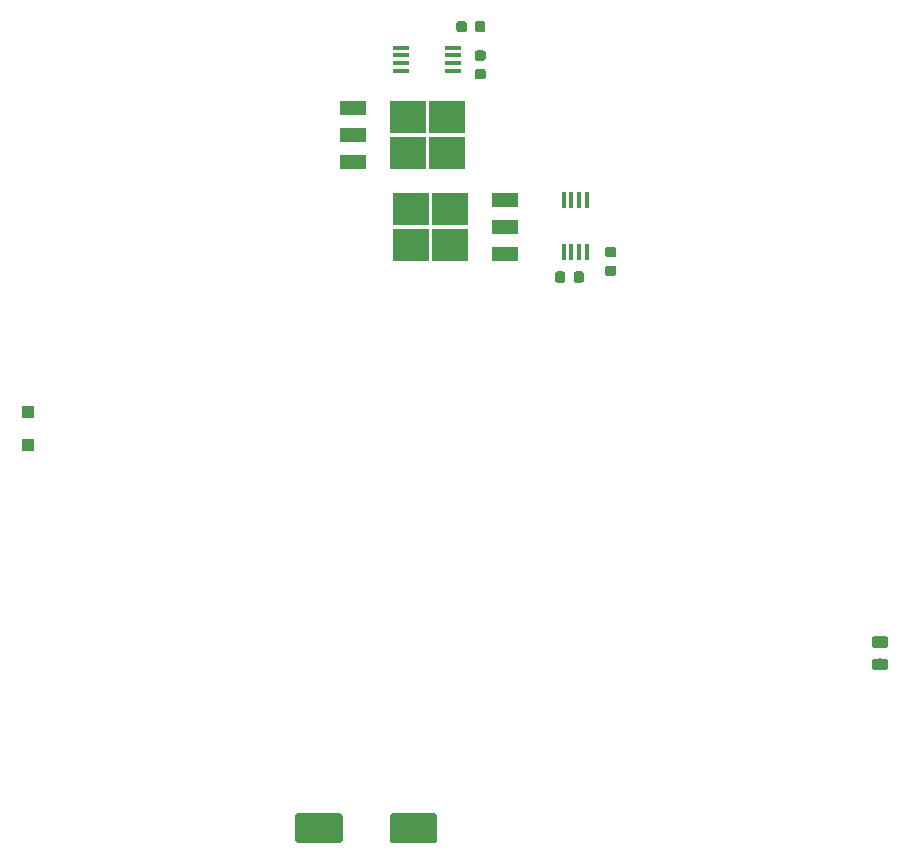
<source format=gbr>
G04 #@! TF.GenerationSoftware,KiCad,Pcbnew,(5.1.4)-1*
G04 #@! TF.CreationDate,2021-12-07T11:14:46-05:00*
G04 #@! TF.ProjectId,PowerBoard,506f7765-7242-46f6-9172-642e6b696361,rev?*
G04 #@! TF.SameCoordinates,Original*
G04 #@! TF.FileFunction,Paste,Top*
G04 #@! TF.FilePolarity,Positive*
%FSLAX46Y46*%
G04 Gerber Fmt 4.6, Leading zero omitted, Abs format (unit mm)*
G04 Created by KiCad (PCBNEW (5.1.4)-1) date 2021-12-07 11:14:46*
%MOMM*%
%LPD*%
G04 APERTURE LIST*
%ADD10C,0.100000*%
%ADD11C,0.875000*%
%ADD12R,1.450000X0.450000*%
%ADD13R,0.450000X1.450000*%
%ADD14R,3.050000X2.750000*%
%ADD15R,2.200000X1.200000*%
%ADD16C,2.500000*%
%ADD17R,1.100000X1.100000*%
%ADD18C,0.975000*%
G04 APERTURE END LIST*
D10*
G36*
X112227691Y-41438553D02*
G01*
X112248926Y-41441703D01*
X112269750Y-41446919D01*
X112289962Y-41454151D01*
X112309368Y-41463330D01*
X112327781Y-41474366D01*
X112345024Y-41487154D01*
X112360930Y-41501570D01*
X112375346Y-41517476D01*
X112388134Y-41534719D01*
X112399170Y-41553132D01*
X112408349Y-41572538D01*
X112415581Y-41592750D01*
X112420797Y-41613574D01*
X112423947Y-41634809D01*
X112425000Y-41656250D01*
X112425000Y-42093750D01*
X112423947Y-42115191D01*
X112420797Y-42136426D01*
X112415581Y-42157250D01*
X112408349Y-42177462D01*
X112399170Y-42196868D01*
X112388134Y-42215281D01*
X112375346Y-42232524D01*
X112360930Y-42248430D01*
X112345024Y-42262846D01*
X112327781Y-42275634D01*
X112309368Y-42286670D01*
X112289962Y-42295849D01*
X112269750Y-42303081D01*
X112248926Y-42308297D01*
X112227691Y-42311447D01*
X112206250Y-42312500D01*
X111693750Y-42312500D01*
X111672309Y-42311447D01*
X111651074Y-42308297D01*
X111630250Y-42303081D01*
X111610038Y-42295849D01*
X111590632Y-42286670D01*
X111572219Y-42275634D01*
X111554976Y-42262846D01*
X111539070Y-42248430D01*
X111524654Y-42232524D01*
X111511866Y-42215281D01*
X111500830Y-42196868D01*
X111491651Y-42177462D01*
X111484419Y-42157250D01*
X111479203Y-42136426D01*
X111476053Y-42115191D01*
X111475000Y-42093750D01*
X111475000Y-41656250D01*
X111476053Y-41634809D01*
X111479203Y-41613574D01*
X111484419Y-41592750D01*
X111491651Y-41572538D01*
X111500830Y-41553132D01*
X111511866Y-41534719D01*
X111524654Y-41517476D01*
X111539070Y-41501570D01*
X111554976Y-41487154D01*
X111572219Y-41474366D01*
X111590632Y-41463330D01*
X111610038Y-41454151D01*
X111630250Y-41446919D01*
X111651074Y-41441703D01*
X111672309Y-41438553D01*
X111693750Y-41437500D01*
X112206250Y-41437500D01*
X112227691Y-41438553D01*
X112227691Y-41438553D01*
G37*
D11*
X111950000Y-41875000D03*
D10*
G36*
X112227691Y-39863553D02*
G01*
X112248926Y-39866703D01*
X112269750Y-39871919D01*
X112289962Y-39879151D01*
X112309368Y-39888330D01*
X112327781Y-39899366D01*
X112345024Y-39912154D01*
X112360930Y-39926570D01*
X112375346Y-39942476D01*
X112388134Y-39959719D01*
X112399170Y-39978132D01*
X112408349Y-39997538D01*
X112415581Y-40017750D01*
X112420797Y-40038574D01*
X112423947Y-40059809D01*
X112425000Y-40081250D01*
X112425000Y-40518750D01*
X112423947Y-40540191D01*
X112420797Y-40561426D01*
X112415581Y-40582250D01*
X112408349Y-40602462D01*
X112399170Y-40621868D01*
X112388134Y-40640281D01*
X112375346Y-40657524D01*
X112360930Y-40673430D01*
X112345024Y-40687846D01*
X112327781Y-40700634D01*
X112309368Y-40711670D01*
X112289962Y-40720849D01*
X112269750Y-40728081D01*
X112248926Y-40733297D01*
X112227691Y-40736447D01*
X112206250Y-40737500D01*
X111693750Y-40737500D01*
X111672309Y-40736447D01*
X111651074Y-40733297D01*
X111630250Y-40728081D01*
X111610038Y-40720849D01*
X111590632Y-40711670D01*
X111572219Y-40700634D01*
X111554976Y-40687846D01*
X111539070Y-40673430D01*
X111524654Y-40657524D01*
X111511866Y-40640281D01*
X111500830Y-40621868D01*
X111491651Y-40602462D01*
X111484419Y-40582250D01*
X111479203Y-40561426D01*
X111476053Y-40540191D01*
X111475000Y-40518750D01*
X111475000Y-40081250D01*
X111476053Y-40059809D01*
X111479203Y-40038574D01*
X111484419Y-40017750D01*
X111491651Y-39997538D01*
X111500830Y-39978132D01*
X111511866Y-39959719D01*
X111524654Y-39942476D01*
X111539070Y-39926570D01*
X111554976Y-39912154D01*
X111572219Y-39899366D01*
X111590632Y-39888330D01*
X111610038Y-39879151D01*
X111630250Y-39871919D01*
X111651074Y-39866703D01*
X111672309Y-39863553D01*
X111693750Y-39862500D01*
X112206250Y-39862500D01*
X112227691Y-39863553D01*
X112227691Y-39863553D01*
G37*
D11*
X111950000Y-40300000D03*
D10*
G36*
X118965191Y-58576053D02*
G01*
X118986426Y-58579203D01*
X119007250Y-58584419D01*
X119027462Y-58591651D01*
X119046868Y-58600830D01*
X119065281Y-58611866D01*
X119082524Y-58624654D01*
X119098430Y-58639070D01*
X119112846Y-58654976D01*
X119125634Y-58672219D01*
X119136670Y-58690632D01*
X119145849Y-58710038D01*
X119153081Y-58730250D01*
X119158297Y-58751074D01*
X119161447Y-58772309D01*
X119162500Y-58793750D01*
X119162500Y-59306250D01*
X119161447Y-59327691D01*
X119158297Y-59348926D01*
X119153081Y-59369750D01*
X119145849Y-59389962D01*
X119136670Y-59409368D01*
X119125634Y-59427781D01*
X119112846Y-59445024D01*
X119098430Y-59460930D01*
X119082524Y-59475346D01*
X119065281Y-59488134D01*
X119046868Y-59499170D01*
X119027462Y-59508349D01*
X119007250Y-59515581D01*
X118986426Y-59520797D01*
X118965191Y-59523947D01*
X118943750Y-59525000D01*
X118506250Y-59525000D01*
X118484809Y-59523947D01*
X118463574Y-59520797D01*
X118442750Y-59515581D01*
X118422538Y-59508349D01*
X118403132Y-59499170D01*
X118384719Y-59488134D01*
X118367476Y-59475346D01*
X118351570Y-59460930D01*
X118337154Y-59445024D01*
X118324366Y-59427781D01*
X118313330Y-59409368D01*
X118304151Y-59389962D01*
X118296919Y-59369750D01*
X118291703Y-59348926D01*
X118288553Y-59327691D01*
X118287500Y-59306250D01*
X118287500Y-58793750D01*
X118288553Y-58772309D01*
X118291703Y-58751074D01*
X118296919Y-58730250D01*
X118304151Y-58710038D01*
X118313330Y-58690632D01*
X118324366Y-58672219D01*
X118337154Y-58654976D01*
X118351570Y-58639070D01*
X118367476Y-58624654D01*
X118384719Y-58611866D01*
X118403132Y-58600830D01*
X118422538Y-58591651D01*
X118442750Y-58584419D01*
X118463574Y-58579203D01*
X118484809Y-58576053D01*
X118506250Y-58575000D01*
X118943750Y-58575000D01*
X118965191Y-58576053D01*
X118965191Y-58576053D01*
G37*
D11*
X118725000Y-59050000D03*
D10*
G36*
X120540191Y-58576053D02*
G01*
X120561426Y-58579203D01*
X120582250Y-58584419D01*
X120602462Y-58591651D01*
X120621868Y-58600830D01*
X120640281Y-58611866D01*
X120657524Y-58624654D01*
X120673430Y-58639070D01*
X120687846Y-58654976D01*
X120700634Y-58672219D01*
X120711670Y-58690632D01*
X120720849Y-58710038D01*
X120728081Y-58730250D01*
X120733297Y-58751074D01*
X120736447Y-58772309D01*
X120737500Y-58793750D01*
X120737500Y-59306250D01*
X120736447Y-59327691D01*
X120733297Y-59348926D01*
X120728081Y-59369750D01*
X120720849Y-59389962D01*
X120711670Y-59409368D01*
X120700634Y-59427781D01*
X120687846Y-59445024D01*
X120673430Y-59460930D01*
X120657524Y-59475346D01*
X120640281Y-59488134D01*
X120621868Y-59499170D01*
X120602462Y-59508349D01*
X120582250Y-59515581D01*
X120561426Y-59520797D01*
X120540191Y-59523947D01*
X120518750Y-59525000D01*
X120081250Y-59525000D01*
X120059809Y-59523947D01*
X120038574Y-59520797D01*
X120017750Y-59515581D01*
X119997538Y-59508349D01*
X119978132Y-59499170D01*
X119959719Y-59488134D01*
X119942476Y-59475346D01*
X119926570Y-59460930D01*
X119912154Y-59445024D01*
X119899366Y-59427781D01*
X119888330Y-59409368D01*
X119879151Y-59389962D01*
X119871919Y-59369750D01*
X119866703Y-59348926D01*
X119863553Y-59327691D01*
X119862500Y-59306250D01*
X119862500Y-58793750D01*
X119863553Y-58772309D01*
X119866703Y-58751074D01*
X119871919Y-58730250D01*
X119879151Y-58710038D01*
X119888330Y-58690632D01*
X119899366Y-58672219D01*
X119912154Y-58654976D01*
X119926570Y-58639070D01*
X119942476Y-58624654D01*
X119959719Y-58611866D01*
X119978132Y-58600830D01*
X119997538Y-58591651D01*
X120017750Y-58584419D01*
X120038574Y-58579203D01*
X120059809Y-58576053D01*
X120081250Y-58575000D01*
X120518750Y-58575000D01*
X120540191Y-58576053D01*
X120540191Y-58576053D01*
G37*
D11*
X120300000Y-59050000D03*
D12*
X109650000Y-39625000D03*
X109650000Y-40275000D03*
X109650000Y-40925000D03*
X109650000Y-41575000D03*
X105250000Y-41575000D03*
X105250000Y-40925000D03*
X105250000Y-40275000D03*
X105250000Y-39625000D03*
D13*
X120975000Y-56950000D03*
X120325000Y-56950000D03*
X119675000Y-56950000D03*
X119025000Y-56950000D03*
X119025000Y-52550000D03*
X119675000Y-52550000D03*
X120325000Y-52550000D03*
X120975000Y-52550000D03*
D10*
G36*
X112190191Y-37376053D02*
G01*
X112211426Y-37379203D01*
X112232250Y-37384419D01*
X112252462Y-37391651D01*
X112271868Y-37400830D01*
X112290281Y-37411866D01*
X112307524Y-37424654D01*
X112323430Y-37439070D01*
X112337846Y-37454976D01*
X112350634Y-37472219D01*
X112361670Y-37490632D01*
X112370849Y-37510038D01*
X112378081Y-37530250D01*
X112383297Y-37551074D01*
X112386447Y-37572309D01*
X112387500Y-37593750D01*
X112387500Y-38106250D01*
X112386447Y-38127691D01*
X112383297Y-38148926D01*
X112378081Y-38169750D01*
X112370849Y-38189962D01*
X112361670Y-38209368D01*
X112350634Y-38227781D01*
X112337846Y-38245024D01*
X112323430Y-38260930D01*
X112307524Y-38275346D01*
X112290281Y-38288134D01*
X112271868Y-38299170D01*
X112252462Y-38308349D01*
X112232250Y-38315581D01*
X112211426Y-38320797D01*
X112190191Y-38323947D01*
X112168750Y-38325000D01*
X111731250Y-38325000D01*
X111709809Y-38323947D01*
X111688574Y-38320797D01*
X111667750Y-38315581D01*
X111647538Y-38308349D01*
X111628132Y-38299170D01*
X111609719Y-38288134D01*
X111592476Y-38275346D01*
X111576570Y-38260930D01*
X111562154Y-38245024D01*
X111549366Y-38227781D01*
X111538330Y-38209368D01*
X111529151Y-38189962D01*
X111521919Y-38169750D01*
X111516703Y-38148926D01*
X111513553Y-38127691D01*
X111512500Y-38106250D01*
X111512500Y-37593750D01*
X111513553Y-37572309D01*
X111516703Y-37551074D01*
X111521919Y-37530250D01*
X111529151Y-37510038D01*
X111538330Y-37490632D01*
X111549366Y-37472219D01*
X111562154Y-37454976D01*
X111576570Y-37439070D01*
X111592476Y-37424654D01*
X111609719Y-37411866D01*
X111628132Y-37400830D01*
X111647538Y-37391651D01*
X111667750Y-37384419D01*
X111688574Y-37379203D01*
X111709809Y-37376053D01*
X111731250Y-37375000D01*
X112168750Y-37375000D01*
X112190191Y-37376053D01*
X112190191Y-37376053D01*
G37*
D11*
X111950000Y-37850000D03*
D10*
G36*
X110615191Y-37376053D02*
G01*
X110636426Y-37379203D01*
X110657250Y-37384419D01*
X110677462Y-37391651D01*
X110696868Y-37400830D01*
X110715281Y-37411866D01*
X110732524Y-37424654D01*
X110748430Y-37439070D01*
X110762846Y-37454976D01*
X110775634Y-37472219D01*
X110786670Y-37490632D01*
X110795849Y-37510038D01*
X110803081Y-37530250D01*
X110808297Y-37551074D01*
X110811447Y-37572309D01*
X110812500Y-37593750D01*
X110812500Y-38106250D01*
X110811447Y-38127691D01*
X110808297Y-38148926D01*
X110803081Y-38169750D01*
X110795849Y-38189962D01*
X110786670Y-38209368D01*
X110775634Y-38227781D01*
X110762846Y-38245024D01*
X110748430Y-38260930D01*
X110732524Y-38275346D01*
X110715281Y-38288134D01*
X110696868Y-38299170D01*
X110677462Y-38308349D01*
X110657250Y-38315581D01*
X110636426Y-38320797D01*
X110615191Y-38323947D01*
X110593750Y-38325000D01*
X110156250Y-38325000D01*
X110134809Y-38323947D01*
X110113574Y-38320797D01*
X110092750Y-38315581D01*
X110072538Y-38308349D01*
X110053132Y-38299170D01*
X110034719Y-38288134D01*
X110017476Y-38275346D01*
X110001570Y-38260930D01*
X109987154Y-38245024D01*
X109974366Y-38227781D01*
X109963330Y-38209368D01*
X109954151Y-38189962D01*
X109946919Y-38169750D01*
X109941703Y-38148926D01*
X109938553Y-38127691D01*
X109937500Y-38106250D01*
X109937500Y-37593750D01*
X109938553Y-37572309D01*
X109941703Y-37551074D01*
X109946919Y-37530250D01*
X109954151Y-37510038D01*
X109963330Y-37490632D01*
X109974366Y-37472219D01*
X109987154Y-37454976D01*
X110001570Y-37439070D01*
X110017476Y-37424654D01*
X110034719Y-37411866D01*
X110053132Y-37400830D01*
X110072538Y-37391651D01*
X110092750Y-37384419D01*
X110113574Y-37379203D01*
X110134809Y-37376053D01*
X110156250Y-37375000D01*
X110593750Y-37375000D01*
X110615191Y-37376053D01*
X110615191Y-37376053D01*
G37*
D11*
X110375000Y-37850000D03*
D10*
G36*
X123277691Y-58088553D02*
G01*
X123298926Y-58091703D01*
X123319750Y-58096919D01*
X123339962Y-58104151D01*
X123359368Y-58113330D01*
X123377781Y-58124366D01*
X123395024Y-58137154D01*
X123410930Y-58151570D01*
X123425346Y-58167476D01*
X123438134Y-58184719D01*
X123449170Y-58203132D01*
X123458349Y-58222538D01*
X123465581Y-58242750D01*
X123470797Y-58263574D01*
X123473947Y-58284809D01*
X123475000Y-58306250D01*
X123475000Y-58743750D01*
X123473947Y-58765191D01*
X123470797Y-58786426D01*
X123465581Y-58807250D01*
X123458349Y-58827462D01*
X123449170Y-58846868D01*
X123438134Y-58865281D01*
X123425346Y-58882524D01*
X123410930Y-58898430D01*
X123395024Y-58912846D01*
X123377781Y-58925634D01*
X123359368Y-58936670D01*
X123339962Y-58945849D01*
X123319750Y-58953081D01*
X123298926Y-58958297D01*
X123277691Y-58961447D01*
X123256250Y-58962500D01*
X122743750Y-58962500D01*
X122722309Y-58961447D01*
X122701074Y-58958297D01*
X122680250Y-58953081D01*
X122660038Y-58945849D01*
X122640632Y-58936670D01*
X122622219Y-58925634D01*
X122604976Y-58912846D01*
X122589070Y-58898430D01*
X122574654Y-58882524D01*
X122561866Y-58865281D01*
X122550830Y-58846868D01*
X122541651Y-58827462D01*
X122534419Y-58807250D01*
X122529203Y-58786426D01*
X122526053Y-58765191D01*
X122525000Y-58743750D01*
X122525000Y-58306250D01*
X122526053Y-58284809D01*
X122529203Y-58263574D01*
X122534419Y-58242750D01*
X122541651Y-58222538D01*
X122550830Y-58203132D01*
X122561866Y-58184719D01*
X122574654Y-58167476D01*
X122589070Y-58151570D01*
X122604976Y-58137154D01*
X122622219Y-58124366D01*
X122640632Y-58113330D01*
X122660038Y-58104151D01*
X122680250Y-58096919D01*
X122701074Y-58091703D01*
X122722309Y-58088553D01*
X122743750Y-58087500D01*
X123256250Y-58087500D01*
X123277691Y-58088553D01*
X123277691Y-58088553D01*
G37*
D11*
X123000000Y-58525000D03*
D10*
G36*
X123277691Y-56513553D02*
G01*
X123298926Y-56516703D01*
X123319750Y-56521919D01*
X123339962Y-56529151D01*
X123359368Y-56538330D01*
X123377781Y-56549366D01*
X123395024Y-56562154D01*
X123410930Y-56576570D01*
X123425346Y-56592476D01*
X123438134Y-56609719D01*
X123449170Y-56628132D01*
X123458349Y-56647538D01*
X123465581Y-56667750D01*
X123470797Y-56688574D01*
X123473947Y-56709809D01*
X123475000Y-56731250D01*
X123475000Y-57168750D01*
X123473947Y-57190191D01*
X123470797Y-57211426D01*
X123465581Y-57232250D01*
X123458349Y-57252462D01*
X123449170Y-57271868D01*
X123438134Y-57290281D01*
X123425346Y-57307524D01*
X123410930Y-57323430D01*
X123395024Y-57337846D01*
X123377781Y-57350634D01*
X123359368Y-57361670D01*
X123339962Y-57370849D01*
X123319750Y-57378081D01*
X123298926Y-57383297D01*
X123277691Y-57386447D01*
X123256250Y-57387500D01*
X122743750Y-57387500D01*
X122722309Y-57386447D01*
X122701074Y-57383297D01*
X122680250Y-57378081D01*
X122660038Y-57370849D01*
X122640632Y-57361670D01*
X122622219Y-57350634D01*
X122604976Y-57337846D01*
X122589070Y-57323430D01*
X122574654Y-57307524D01*
X122561866Y-57290281D01*
X122550830Y-57271868D01*
X122541651Y-57252462D01*
X122534419Y-57232250D01*
X122529203Y-57211426D01*
X122526053Y-57190191D01*
X122525000Y-57168750D01*
X122525000Y-56731250D01*
X122526053Y-56709809D01*
X122529203Y-56688574D01*
X122534419Y-56667750D01*
X122541651Y-56647538D01*
X122550830Y-56628132D01*
X122561866Y-56609719D01*
X122574654Y-56592476D01*
X122589070Y-56576570D01*
X122604976Y-56562154D01*
X122622219Y-56549366D01*
X122640632Y-56538330D01*
X122660038Y-56529151D01*
X122680250Y-56521919D01*
X122701074Y-56516703D01*
X122722309Y-56513553D01*
X122743750Y-56512500D01*
X123256250Y-56512500D01*
X123277691Y-56513553D01*
X123277691Y-56513553D01*
G37*
D11*
X123000000Y-56950000D03*
D14*
X105825000Y-48525000D03*
X109175000Y-45475000D03*
X105825000Y-45475000D03*
X109175000Y-48525000D03*
D15*
X101200000Y-49280000D03*
X101200000Y-47000000D03*
X101200000Y-44720000D03*
D14*
X109400000Y-53300000D03*
X106050000Y-56350000D03*
X109400000Y-56350000D03*
X106050000Y-53300000D03*
D15*
X114025000Y-52545000D03*
X114025000Y-54825000D03*
X114025000Y-57105000D03*
D10*
G36*
X100074504Y-104451204D02*
G01*
X100098773Y-104454804D01*
X100122571Y-104460765D01*
X100145671Y-104469030D01*
X100167849Y-104479520D01*
X100188893Y-104492133D01*
X100208598Y-104506747D01*
X100226777Y-104523223D01*
X100243253Y-104541402D01*
X100257867Y-104561107D01*
X100270480Y-104582151D01*
X100280970Y-104604329D01*
X100289235Y-104627429D01*
X100295196Y-104651227D01*
X100298796Y-104675496D01*
X100300000Y-104700000D01*
X100300000Y-106700000D01*
X100298796Y-106724504D01*
X100295196Y-106748773D01*
X100289235Y-106772571D01*
X100280970Y-106795671D01*
X100270480Y-106817849D01*
X100257867Y-106838893D01*
X100243253Y-106858598D01*
X100226777Y-106876777D01*
X100208598Y-106893253D01*
X100188893Y-106907867D01*
X100167849Y-106920480D01*
X100145671Y-106930970D01*
X100122571Y-106939235D01*
X100098773Y-106945196D01*
X100074504Y-106948796D01*
X100050000Y-106950000D01*
X96550000Y-106950000D01*
X96525496Y-106948796D01*
X96501227Y-106945196D01*
X96477429Y-106939235D01*
X96454329Y-106930970D01*
X96432151Y-106920480D01*
X96411107Y-106907867D01*
X96391402Y-106893253D01*
X96373223Y-106876777D01*
X96356747Y-106858598D01*
X96342133Y-106838893D01*
X96329520Y-106817849D01*
X96319030Y-106795671D01*
X96310765Y-106772571D01*
X96304804Y-106748773D01*
X96301204Y-106724504D01*
X96300000Y-106700000D01*
X96300000Y-104700000D01*
X96301204Y-104675496D01*
X96304804Y-104651227D01*
X96310765Y-104627429D01*
X96319030Y-104604329D01*
X96329520Y-104582151D01*
X96342133Y-104561107D01*
X96356747Y-104541402D01*
X96373223Y-104523223D01*
X96391402Y-104506747D01*
X96411107Y-104492133D01*
X96432151Y-104479520D01*
X96454329Y-104469030D01*
X96477429Y-104460765D01*
X96501227Y-104454804D01*
X96525496Y-104451204D01*
X96550000Y-104450000D01*
X100050000Y-104450000D01*
X100074504Y-104451204D01*
X100074504Y-104451204D01*
G37*
D16*
X98300000Y-105700000D03*
D10*
G36*
X108074504Y-104451204D02*
G01*
X108098773Y-104454804D01*
X108122571Y-104460765D01*
X108145671Y-104469030D01*
X108167849Y-104479520D01*
X108188893Y-104492133D01*
X108208598Y-104506747D01*
X108226777Y-104523223D01*
X108243253Y-104541402D01*
X108257867Y-104561107D01*
X108270480Y-104582151D01*
X108280970Y-104604329D01*
X108289235Y-104627429D01*
X108295196Y-104651227D01*
X108298796Y-104675496D01*
X108300000Y-104700000D01*
X108300000Y-106700000D01*
X108298796Y-106724504D01*
X108295196Y-106748773D01*
X108289235Y-106772571D01*
X108280970Y-106795671D01*
X108270480Y-106817849D01*
X108257867Y-106838893D01*
X108243253Y-106858598D01*
X108226777Y-106876777D01*
X108208598Y-106893253D01*
X108188893Y-106907867D01*
X108167849Y-106920480D01*
X108145671Y-106930970D01*
X108122571Y-106939235D01*
X108098773Y-106945196D01*
X108074504Y-106948796D01*
X108050000Y-106950000D01*
X104550000Y-106950000D01*
X104525496Y-106948796D01*
X104501227Y-106945196D01*
X104477429Y-106939235D01*
X104454329Y-106930970D01*
X104432151Y-106920480D01*
X104411107Y-106907867D01*
X104391402Y-106893253D01*
X104373223Y-106876777D01*
X104356747Y-106858598D01*
X104342133Y-106838893D01*
X104329520Y-106817849D01*
X104319030Y-106795671D01*
X104310765Y-106772571D01*
X104304804Y-106748773D01*
X104301204Y-106724504D01*
X104300000Y-106700000D01*
X104300000Y-104700000D01*
X104301204Y-104675496D01*
X104304804Y-104651227D01*
X104310765Y-104627429D01*
X104319030Y-104604329D01*
X104329520Y-104582151D01*
X104342133Y-104561107D01*
X104356747Y-104541402D01*
X104373223Y-104523223D01*
X104391402Y-104506747D01*
X104411107Y-104492133D01*
X104432151Y-104479520D01*
X104454329Y-104469030D01*
X104477429Y-104460765D01*
X104501227Y-104454804D01*
X104525496Y-104451204D01*
X104550000Y-104450000D01*
X108050000Y-104450000D01*
X108074504Y-104451204D01*
X108074504Y-104451204D01*
G37*
D16*
X106300000Y-105700000D03*
D17*
X73680000Y-70460000D03*
X73680000Y-73260000D03*
D10*
G36*
X146280142Y-91351174D02*
G01*
X146303803Y-91354684D01*
X146327007Y-91360496D01*
X146349529Y-91368554D01*
X146371153Y-91378782D01*
X146391670Y-91391079D01*
X146410883Y-91405329D01*
X146428607Y-91421393D01*
X146444671Y-91439117D01*
X146458921Y-91458330D01*
X146471218Y-91478847D01*
X146481446Y-91500471D01*
X146489504Y-91522993D01*
X146495316Y-91546197D01*
X146498826Y-91569858D01*
X146500000Y-91593750D01*
X146500000Y-92081250D01*
X146498826Y-92105142D01*
X146495316Y-92128803D01*
X146489504Y-92152007D01*
X146481446Y-92174529D01*
X146471218Y-92196153D01*
X146458921Y-92216670D01*
X146444671Y-92235883D01*
X146428607Y-92253607D01*
X146410883Y-92269671D01*
X146391670Y-92283921D01*
X146371153Y-92296218D01*
X146349529Y-92306446D01*
X146327007Y-92314504D01*
X146303803Y-92320316D01*
X146280142Y-92323826D01*
X146256250Y-92325000D01*
X145343750Y-92325000D01*
X145319858Y-92323826D01*
X145296197Y-92320316D01*
X145272993Y-92314504D01*
X145250471Y-92306446D01*
X145228847Y-92296218D01*
X145208330Y-92283921D01*
X145189117Y-92269671D01*
X145171393Y-92253607D01*
X145155329Y-92235883D01*
X145141079Y-92216670D01*
X145128782Y-92196153D01*
X145118554Y-92174529D01*
X145110496Y-92152007D01*
X145104684Y-92128803D01*
X145101174Y-92105142D01*
X145100000Y-92081250D01*
X145100000Y-91593750D01*
X145101174Y-91569858D01*
X145104684Y-91546197D01*
X145110496Y-91522993D01*
X145118554Y-91500471D01*
X145128782Y-91478847D01*
X145141079Y-91458330D01*
X145155329Y-91439117D01*
X145171393Y-91421393D01*
X145189117Y-91405329D01*
X145208330Y-91391079D01*
X145228847Y-91378782D01*
X145250471Y-91368554D01*
X145272993Y-91360496D01*
X145296197Y-91354684D01*
X145319858Y-91351174D01*
X145343750Y-91350000D01*
X146256250Y-91350000D01*
X146280142Y-91351174D01*
X146280142Y-91351174D01*
G37*
D18*
X145800000Y-91837500D03*
D10*
G36*
X146280142Y-89476174D02*
G01*
X146303803Y-89479684D01*
X146327007Y-89485496D01*
X146349529Y-89493554D01*
X146371153Y-89503782D01*
X146391670Y-89516079D01*
X146410883Y-89530329D01*
X146428607Y-89546393D01*
X146444671Y-89564117D01*
X146458921Y-89583330D01*
X146471218Y-89603847D01*
X146481446Y-89625471D01*
X146489504Y-89647993D01*
X146495316Y-89671197D01*
X146498826Y-89694858D01*
X146500000Y-89718750D01*
X146500000Y-90206250D01*
X146498826Y-90230142D01*
X146495316Y-90253803D01*
X146489504Y-90277007D01*
X146481446Y-90299529D01*
X146471218Y-90321153D01*
X146458921Y-90341670D01*
X146444671Y-90360883D01*
X146428607Y-90378607D01*
X146410883Y-90394671D01*
X146391670Y-90408921D01*
X146371153Y-90421218D01*
X146349529Y-90431446D01*
X146327007Y-90439504D01*
X146303803Y-90445316D01*
X146280142Y-90448826D01*
X146256250Y-90450000D01*
X145343750Y-90450000D01*
X145319858Y-90448826D01*
X145296197Y-90445316D01*
X145272993Y-90439504D01*
X145250471Y-90431446D01*
X145228847Y-90421218D01*
X145208330Y-90408921D01*
X145189117Y-90394671D01*
X145171393Y-90378607D01*
X145155329Y-90360883D01*
X145141079Y-90341670D01*
X145128782Y-90321153D01*
X145118554Y-90299529D01*
X145110496Y-90277007D01*
X145104684Y-90253803D01*
X145101174Y-90230142D01*
X145100000Y-90206250D01*
X145100000Y-89718750D01*
X145101174Y-89694858D01*
X145104684Y-89671197D01*
X145110496Y-89647993D01*
X145118554Y-89625471D01*
X145128782Y-89603847D01*
X145141079Y-89583330D01*
X145155329Y-89564117D01*
X145171393Y-89546393D01*
X145189117Y-89530329D01*
X145208330Y-89516079D01*
X145228847Y-89503782D01*
X145250471Y-89493554D01*
X145272993Y-89485496D01*
X145296197Y-89479684D01*
X145319858Y-89476174D01*
X145343750Y-89475000D01*
X146256250Y-89475000D01*
X146280142Y-89476174D01*
X146280142Y-89476174D01*
G37*
D18*
X145800000Y-89962500D03*
M02*

</source>
